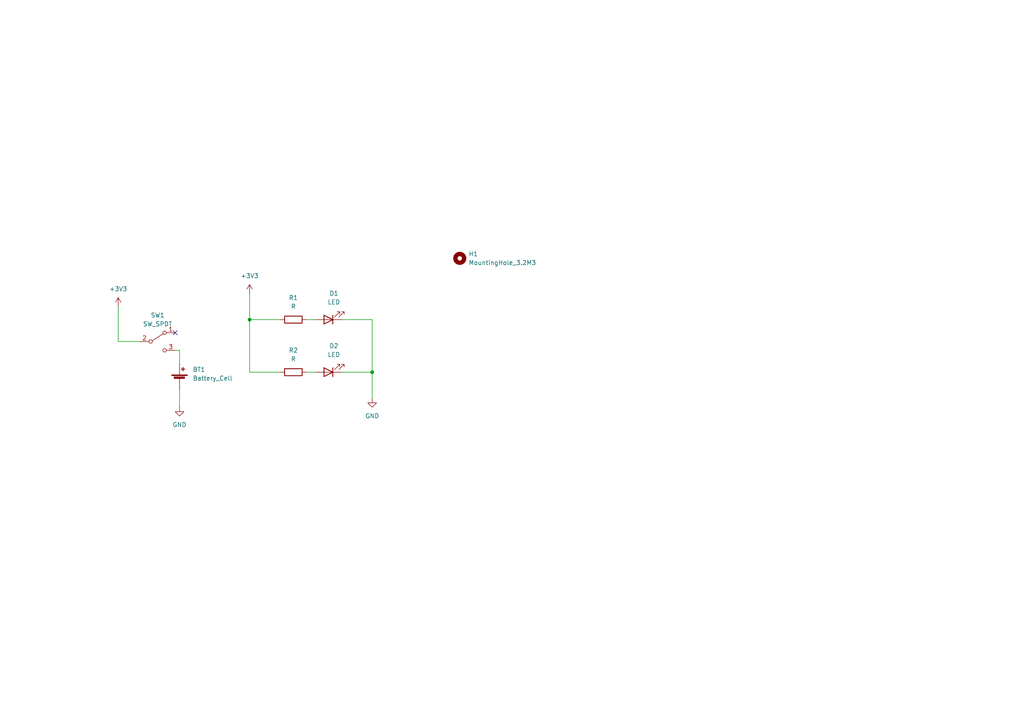
<source format=kicad_sch>
(kicad_sch (version 20211123) (generator eeschema)
  (paper "A4")
  (lib_symbols
    (symbol "Device:Battery_Cell" (pin_numbers hide) (pin_names (offset 0) hide)
      (property "Reference" "BT" (at 2.54 2.54 0))
      (property "Value" "Battery_Cell" (at 2.54 0 0))
      (symbol "Battery_Cell_0_1"
        (rectangle (start -2.286 1.778) (end 2.286 1.524) (fill (type outline)))
        (rectangle (start -1.5748 1.1938) (end 1.4732 0.6858) (fill (type outline)))
        (polyline (pts (xy 0 0.762) (xy 0 0)))
        (polyline (pts (xy 0 1.778) (xy 0 2.54)))
        (polyline (pts (xy 0.508 3.429) (xy 1.524 3.429)) (stroke (width 0.254)))
        (polyline (pts (xy 1.016 3.937) (xy 1.016 2.921)) (stroke (width 0.254)))
      )
      (symbol "Battery_Cell_1_1"
        (pin passive line (at 0 5.08 270) (length 2.54) (name "+") (number "1"))
        (pin passive line (at 0 -2.54 90) (length 2.54) (name "-") (number "2"))
      )
    )
    (symbol "Device:LED" (pin_numbers hide) (pin_names (offset 1.016) hide)
      (property "Reference" "D" (at 0 2.54 0))
      (property "Value" "LED" (at 0 -2.54 0))
      (symbol "LED_0_1"
        (polyline (pts (xy -1.27 -1.27) (xy -1.27 1.27)) (stroke (width 0.254)))
        (polyline (pts (xy -1.27 0) (xy 1.27 0)))
        (polyline (pts (xy 1.27 -1.27) (xy 1.27 1.27) (xy -1.27 0) (xy 1.27 -1.27)) (stroke (width 0.254)))
        (polyline (pts (xy -3.048 -0.762) (xy -4.572 -2.286) (xy -3.81 -2.286) (xy -4.572 -2.286) (xy -4.572 -1.524)))
        (polyline (pts (xy -1.778 -0.762) (xy -3.302 -2.286) (xy -2.54 -2.286) (xy -3.302 -2.286) (xy -3.302 -1.524)))
      )
      (symbol "LED_1_1"
        (pin passive line (at -3.81 0 0) (length 2.54) (name "K") (number "1"))
        (pin passive line (at 3.81 0 180) (length 2.54) (name "A") (number "2"))
      )
    )
    (symbol "Device:R" (pin_numbers hide) (pin_names (offset 0))
      (property "Reference" "R" (at 2.032 0 90))
      (property "Value" "R" (at 0 0 90))
      (symbol "R_0_1"
        (rectangle (start -1.016 -2.54) (end 1.016 2.54) (stroke (width 0.254)))
      )
      (symbol "R_1_1"
        (pin passive line (at 0 3.81 270) (length 1.27) (name "~") (number "1"))
        (pin passive line (at 0 -3.81 90) (length 1.27) (name "~") (number "2"))
      )
    )
    (symbol "Mechanical:MountingHole" (pin_names (offset 1.016))
      (property "Reference" "H" (at 0 5.08 0))
      (property "Value" "MountingHole" (at 0 3.175 0))
      (symbol "MountingHole_0_1"
        (circle (center 0 0) (radius 1.27) (stroke (width 1.27)))
      )
    )
    (symbol "Switch:SW_SPDT" (pin_names (offset 0) hide)
      (property "Reference" "SW" (at 0 4.318 0))
      (property "Value" "SW_SPDT" (at 0 -5.08 0))
      (symbol "SW_SPDT_0_0"
        (circle (center -2.032 0) (radius 0.508))
        (circle (center 2.032 -2.54) (radius 0.508))
      )
      (symbol "SW_SPDT_0_1"
        (polyline (pts (xy -1.524 0.254) (xy 1.651 2.286)))
        (circle (center 2.032 2.54) (radius 0.508))
      )
      (symbol "SW_SPDT_1_1"
        (pin passive line (at 5.08 2.54 180) (length 2.54) (name "A") (number "1"))
        (pin passive line (at -5.08 0 0) (length 2.54) (name "B") (number "2"))
        (pin passive line (at 5.08 -2.54 180) (length 2.54) (name "C") (number "3"))
      )
    )
    (symbol "power:+3V3" (power) (pin_names (offset 0))
      (property "Value" "+3V3" (at 0 3.556 0))
      (symbol "+3V3_0_1"
        (polyline (pts (xy -0.762 1.27) (xy 0 2.54)))
        (polyline (pts (xy 0 0) (xy 0 2.54)))
        (polyline (pts (xy 0 2.54) (xy 0.762 1.27)))
      )
      (symbol "+3V3_1_1"
        (pin power_in line (at 0 0 90) (length 0) hide (name "+3V3") (number "1"))
      )
    )
    (symbol "power:GND" (power) (pin_names (offset 0))
      (property "Value" "GND" (at 0 -3.81 0))
      (symbol "GND_0_1"
        (polyline (pts (xy 0 0) (xy 0 -1.27) (xy 1.27 -1.27) (xy 0 -2.54) (xy -1.27 -1.27) (xy 0 -1.27)))
      )
      (symbol "GND_1_1"
        (pin power_in line (at 0 0 270) (length 0) hide (name "GND") (number "1"))
      )
    )
  )
  (junction (at 107.95 107.95))
  (junction (at 72.39 92.71))
  (no_connect (at 50.8 96.52))
  (wire (pts (xy 34.29 88.9) (xy 34.29 99.06)))
  (wire (pts (xy 72.39 107.95) (xy 81.28 107.95)))
  (wire (pts (xy 52.07 105.41) (xy 52.07 101.6)))
  (wire (pts (xy 52.07 113.03) (xy 52.07 118.11)))
  (wire (pts (xy 107.95 92.71) (xy 107.95 107.95)))
  (wire (pts (xy 72.39 92.71) (xy 81.28 92.71)))
  (wire (pts (xy 72.39 85.09) (xy 72.39 92.71)))
  (wire (pts (xy 72.39 92.71) (xy 72.39 107.95)))
  (wire (pts (xy 52.07 101.6) (xy 50.8 101.6)))
  (wire (pts (xy 107.95 107.95) (xy 107.95 115.57)))
  (wire (pts (xy 34.29 99.06) (xy 40.64 99.06)))
  (wire (pts (xy 99.06 92.71) (xy 107.95 92.71)))
  (wire (pts (xy 88.9 107.95) (xy 91.44 107.95)))
  (wire (pts (xy 88.9 92.71) (xy 91.44 92.71)))
  (wire (pts (xy 99.06 107.95) (xy 107.95 107.95)))
  (symbol (lib_id "Device:LED") (at 95.25 107.95 180) (unit 1)
    (property "Reference" "D2" (at 96.8375 100.33 0))
    (property "Value" "LED" (at 96.8375 102.87 0))
    (property "Footprint" "toolbox-led:Kingbright_AA3528" (effects hide))
  )
  (symbol (lib_id "Device:R") (at 85.09 107.95 90) (unit 1)
    (property "Reference" "R2" (at 85.09 101.6 90))
    (property "Value" "R" (at 85.09 104.14 90))
    (property "Footprint" "Resistor_SMD:R_1206_3216Metric_Pad1.30x1.75mm_HandSolder" (effects hide))
  )
  (symbol (lib_id "Mechanical:MountingHole") (at 133.35 74.93 0) (unit 1)
    (property "Reference" "H1" (at 135.89 73.6599 0) (effects (justify left)))
    (property "Value" "MountingHole_3.2M3" (at 135.89 76.1999 0) (effects (justify left)))
    (property "Footprint" "MountingHole:MountingHole_3.2mm_M3" (effects hide))
  )
  (symbol (lib_id "power:+3V3") (at 34.29 88.9 0) (unit 1)
    (property "Reference" "#PWR01" (effects hide))
    (property "Value" "+3V3" (at 34.29 83.82 0))
  )
  (symbol (lib_id "power:GND") (at 107.95 115.57 0) (unit 1)
    (property "Reference" "#PWR04" (effects hide))
    (property "Value" "GND" (at 107.95 120.65 0))
  )
  (symbol (lib_id "Switch:SW_SPDT") (at 45.72 99.06 0) (unit 1)
    (property "Reference" "SW1" (at 45.72 91.44 0))
    (property "Value" "SW_SPDT" (at 45.72 93.98 0))
    (property "Footprint" "toolbox-switch:C&K_JS102011SCQN" (effects hide))
  )
  (symbol (lib_id "power:+3V3") (at 72.39 85.09 0) (unit 1)
    (property "Reference" "#PWR03" (effects hide))
    (property "Value" "+3V3" (at 72.39 80.01 0))
  )
  (symbol (lib_id "Device:Battery_Cell") (at 52.07 110.49 0) (unit 1)
    (property "Reference" "BT1" (at 55.88 107.1879 0) (effects (justify left)))
    (property "Value" "Battery_Cell" (at 55.88 109.7279 0) (effects (justify left)))
    (property "Footprint" "Battery:BatteryHolder_MPD_BC2003_1x2032" (effects hide))
  )
  (symbol (lib_id "Device:R") (at 85.09 92.71 90) (unit 1)
    (property "Reference" "R1" (at 85.09 86.36 90))
    (property "Value" "R" (at 85.09 88.9 90))
    (property "Footprint" "Resistor_SMD:R_1206_3216Metric_Pad1.30x1.75mm_HandSolder" (effects hide))
  )
  (symbol (lib_id "Device:LED") (at 95.25 92.71 180) (unit 1)
    (property "Reference" "D1" (at 96.8375 85.09 0))
    (property "Value" "LED" (at 96.8375 87.63 0))
    (property "Footprint" "toolbox-led:Kingbright_AA3528" (effects hide))
  )
  (symbol (lib_id "power:GND") (at 52.07 118.11 0) (unit 1)
    (property "Reference" "#PWR02" (effects hide))
    (property "Value" "GND" (at 52.07 123.19 0))
  )
)
</source>
